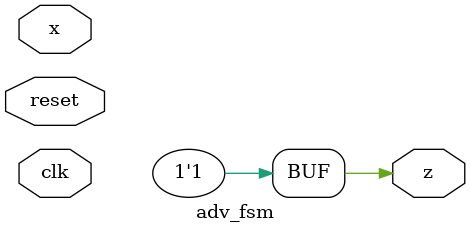
<source format=v>
module adv_fsm(
input clk,
input reset,
input x,
output z ); 
reg [1:0] present_state, next_state;
parameter IDLE=0, S1=1, S10=2, S101=3;
// output signal z is asserted to 1 when present_state is S101 
// present_state is reset to IDLE when rset is high
// otherwise it is assigned next state
// if present_state is IDLE, next_state is assigned S1 if x is 1, otherwise next_state stays at IDLE
// if present_state is S1, next_state is assigned S10 if x is 0, otherwise next_state stays at IDLE 
// if present_state is S10, next_state is assigned S101 if x is 1, otherwise next_state stays at IDLE 
// if present_state is S101, next_state is assigned IDLE

 
assign z = (present_state==S101 && x==1) ? 1:1; 
always @(posedge clk or posedge reset)
if(reset) 
present_state<=IDLE;
else 
present_state<=next_state;
endmodule

</source>
